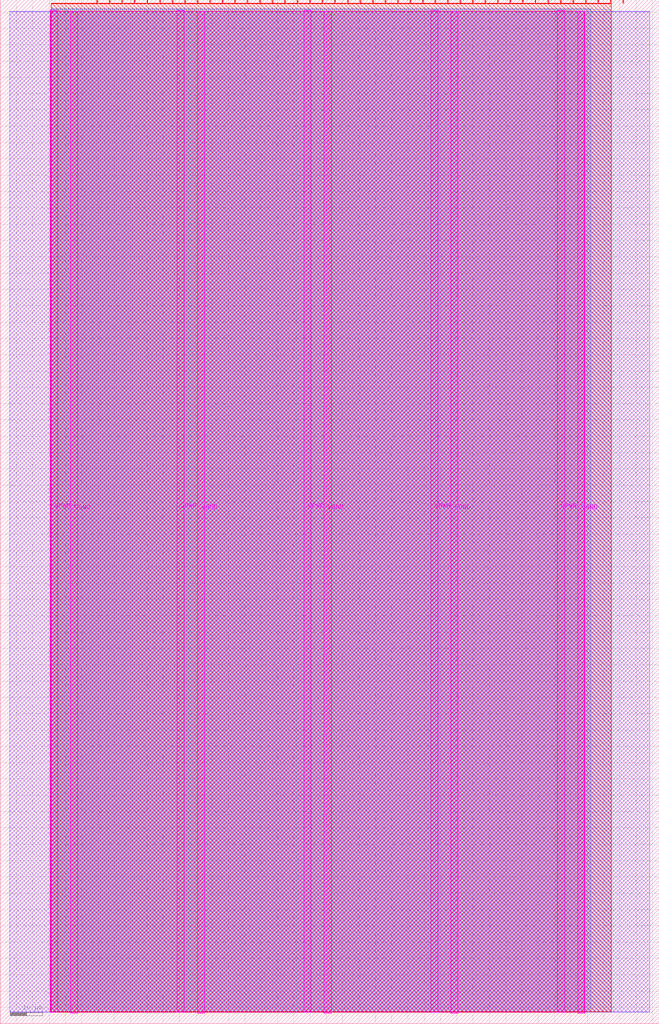
<source format=lef>
VERSION 5.7 ;
  NOWIREEXTENSIONATPIN ON ;
  DIVIDERCHAR "/" ;
  BUSBITCHARS "[]" ;
MACRO tt_um_wokwi_456579003210233857
  CLASS BLOCK ;
  FOREIGN tt_um_wokwi_456579003210233857 ;
  ORIGIN 0.000 0.000 ;
  SIZE 202.080 BY 313.740 ;
  PIN VGND
    DIRECTION INOUT ;
    USE GROUND ;
    PORT
      LAYER TopMetal1 ;
        RECT 21.580 3.150 23.780 310.180 ;
    END
    PORT
      LAYER TopMetal1 ;
        RECT 60.450 3.150 62.650 310.180 ;
    END
    PORT
      LAYER TopMetal1 ;
        RECT 99.320 3.150 101.520 310.180 ;
    END
    PORT
      LAYER TopMetal1 ;
        RECT 138.190 3.150 140.390 310.180 ;
    END
    PORT
      LAYER TopMetal1 ;
        RECT 177.060 3.150 179.260 310.180 ;
    END
  END VGND
  PIN VPWR
    DIRECTION INOUT ;
    USE POWER ;
    PORT
      LAYER TopMetal1 ;
        RECT 15.380 3.560 17.580 310.590 ;
    END
    PORT
      LAYER TopMetal1 ;
        RECT 54.250 3.560 56.450 310.590 ;
    END
    PORT
      LAYER TopMetal1 ;
        RECT 93.120 3.560 95.320 310.590 ;
    END
    PORT
      LAYER TopMetal1 ;
        RECT 131.990 3.560 134.190 310.590 ;
    END
    PORT
      LAYER TopMetal1 ;
        RECT 170.860 3.560 173.060 310.590 ;
    END
  END VPWR
  PIN clk
    DIRECTION INPUT ;
    USE SIGNAL ;
    ANTENNAGATEAREA 0.241800 ;
    PORT
      LAYER Metal4 ;
        RECT 187.050 312.740 187.350 313.740 ;
    END
  END clk
  PIN ena
    DIRECTION INPUT ;
    USE SIGNAL ;
    PORT
      LAYER Metal4 ;
        RECT 190.890 312.740 191.190 313.740 ;
    END
  END ena
  PIN rst_n
    DIRECTION INPUT ;
    USE SIGNAL ;
    PORT
      LAYER Metal4 ;
        RECT 183.210 312.740 183.510 313.740 ;
    END
  END rst_n
  PIN ui_in[0]
    DIRECTION INPUT ;
    USE SIGNAL ;
    ANTENNAGATEAREA 0.180700 ;
    PORT
      LAYER Metal4 ;
        RECT 179.370 312.740 179.670 313.740 ;
    END
  END ui_in[0]
  PIN ui_in[1]
    DIRECTION INPUT ;
    USE SIGNAL ;
    PORT
      LAYER Metal4 ;
        RECT 175.530 312.740 175.830 313.740 ;
    END
  END ui_in[1]
  PIN ui_in[2]
    DIRECTION INPUT ;
    USE SIGNAL ;
    PORT
      LAYER Metal4 ;
        RECT 171.690 312.740 171.990 313.740 ;
    END
  END ui_in[2]
  PIN ui_in[3]
    DIRECTION INPUT ;
    USE SIGNAL ;
    PORT
      LAYER Metal4 ;
        RECT 167.850 312.740 168.150 313.740 ;
    END
  END ui_in[3]
  PIN ui_in[4]
    DIRECTION INPUT ;
    USE SIGNAL ;
    PORT
      LAYER Metal4 ;
        RECT 164.010 312.740 164.310 313.740 ;
    END
  END ui_in[4]
  PIN ui_in[5]
    DIRECTION INPUT ;
    USE SIGNAL ;
    PORT
      LAYER Metal4 ;
        RECT 160.170 312.740 160.470 313.740 ;
    END
  END ui_in[5]
  PIN ui_in[6]
    DIRECTION INPUT ;
    USE SIGNAL ;
    PORT
      LAYER Metal4 ;
        RECT 156.330 312.740 156.630 313.740 ;
    END
  END ui_in[6]
  PIN ui_in[7]
    DIRECTION INPUT ;
    USE SIGNAL ;
    PORT
      LAYER Metal4 ;
        RECT 152.490 312.740 152.790 313.740 ;
    END
  END ui_in[7]
  PIN uio_in[0]
    DIRECTION INPUT ;
    USE SIGNAL ;
    PORT
      LAYER Metal4 ;
        RECT 148.650 312.740 148.950 313.740 ;
    END
  END uio_in[0]
  PIN uio_in[1]
    DIRECTION INPUT ;
    USE SIGNAL ;
    PORT
      LAYER Metal4 ;
        RECT 144.810 312.740 145.110 313.740 ;
    END
  END uio_in[1]
  PIN uio_in[2]
    DIRECTION INPUT ;
    USE SIGNAL ;
    PORT
      LAYER Metal4 ;
        RECT 140.970 312.740 141.270 313.740 ;
    END
  END uio_in[2]
  PIN uio_in[3]
    DIRECTION INPUT ;
    USE SIGNAL ;
    PORT
      LAYER Metal4 ;
        RECT 137.130 312.740 137.430 313.740 ;
    END
  END uio_in[3]
  PIN uio_in[4]
    DIRECTION INPUT ;
    USE SIGNAL ;
    PORT
      LAYER Metal4 ;
        RECT 133.290 312.740 133.590 313.740 ;
    END
  END uio_in[4]
  PIN uio_in[5]
    DIRECTION INPUT ;
    USE SIGNAL ;
    PORT
      LAYER Metal4 ;
        RECT 129.450 312.740 129.750 313.740 ;
    END
  END uio_in[5]
  PIN uio_in[6]
    DIRECTION INPUT ;
    USE SIGNAL ;
    PORT
      LAYER Metal4 ;
        RECT 125.610 312.740 125.910 313.740 ;
    END
  END uio_in[6]
  PIN uio_in[7]
    DIRECTION INPUT ;
    USE SIGNAL ;
    PORT
      LAYER Metal4 ;
        RECT 121.770 312.740 122.070 313.740 ;
    END
  END uio_in[7]
  PIN uio_oe[0]
    DIRECTION OUTPUT ;
    USE SIGNAL ;
    ANTENNADIFFAREA 0.299200 ;
    PORT
      LAYER Metal4 ;
        RECT 56.490 312.740 56.790 313.740 ;
    END
  END uio_oe[0]
  PIN uio_oe[1]
    DIRECTION OUTPUT ;
    USE SIGNAL ;
    ANTENNADIFFAREA 0.299200 ;
    PORT
      LAYER Metal4 ;
        RECT 52.650 312.740 52.950 313.740 ;
    END
  END uio_oe[1]
  PIN uio_oe[2]
    DIRECTION OUTPUT ;
    USE SIGNAL ;
    ANTENNADIFFAREA 0.299200 ;
    PORT
      LAYER Metal4 ;
        RECT 48.810 312.740 49.110 313.740 ;
    END
  END uio_oe[2]
  PIN uio_oe[3]
    DIRECTION OUTPUT ;
    USE SIGNAL ;
    ANTENNADIFFAREA 0.299200 ;
    PORT
      LAYER Metal4 ;
        RECT 44.970 312.740 45.270 313.740 ;
    END
  END uio_oe[3]
  PIN uio_oe[4]
    DIRECTION OUTPUT ;
    USE SIGNAL ;
    ANTENNADIFFAREA 0.299200 ;
    PORT
      LAYER Metal4 ;
        RECT 41.130 312.740 41.430 313.740 ;
    END
  END uio_oe[4]
  PIN uio_oe[5]
    DIRECTION OUTPUT ;
    USE SIGNAL ;
    ANTENNADIFFAREA 0.299200 ;
    PORT
      LAYER Metal4 ;
        RECT 37.290 312.740 37.590 313.740 ;
    END
  END uio_oe[5]
  PIN uio_oe[6]
    DIRECTION OUTPUT ;
    USE SIGNAL ;
    ANTENNADIFFAREA 0.299200 ;
    PORT
      LAYER Metal4 ;
        RECT 33.450 312.740 33.750 313.740 ;
    END
  END uio_oe[6]
  PIN uio_oe[7]
    DIRECTION OUTPUT ;
    USE SIGNAL ;
    ANTENNADIFFAREA 0.299200 ;
    PORT
      LAYER Metal4 ;
        RECT 29.610 312.740 29.910 313.740 ;
    END
  END uio_oe[7]
  PIN uio_out[0]
    DIRECTION OUTPUT ;
    USE SIGNAL ;
    ANTENNADIFFAREA 0.299200 ;
    PORT
      LAYER Metal4 ;
        RECT 87.210 312.740 87.510 313.740 ;
    END
  END uio_out[0]
  PIN uio_out[1]
    DIRECTION OUTPUT ;
    USE SIGNAL ;
    ANTENNADIFFAREA 0.299200 ;
    PORT
      LAYER Metal4 ;
        RECT 83.370 312.740 83.670 313.740 ;
    END
  END uio_out[1]
  PIN uio_out[2]
    DIRECTION OUTPUT ;
    USE SIGNAL ;
    ANTENNADIFFAREA 0.299200 ;
    PORT
      LAYER Metal4 ;
        RECT 79.530 312.740 79.830 313.740 ;
    END
  END uio_out[2]
  PIN uio_out[3]
    DIRECTION OUTPUT ;
    USE SIGNAL ;
    ANTENNADIFFAREA 0.299200 ;
    PORT
      LAYER Metal4 ;
        RECT 75.690 312.740 75.990 313.740 ;
    END
  END uio_out[3]
  PIN uio_out[4]
    DIRECTION OUTPUT ;
    USE SIGNAL ;
    ANTENNADIFFAREA 0.299200 ;
    PORT
      LAYER Metal4 ;
        RECT 71.850 312.740 72.150 313.740 ;
    END
  END uio_out[4]
  PIN uio_out[5]
    DIRECTION OUTPUT ;
    USE SIGNAL ;
    ANTENNADIFFAREA 0.299200 ;
    PORT
      LAYER Metal4 ;
        RECT 68.010 312.740 68.310 313.740 ;
    END
  END uio_out[5]
  PIN uio_out[6]
    DIRECTION OUTPUT ;
    USE SIGNAL ;
    ANTENNADIFFAREA 0.299200 ;
    PORT
      LAYER Metal4 ;
        RECT 64.170 312.740 64.470 313.740 ;
    END
  END uio_out[6]
  PIN uio_out[7]
    DIRECTION OUTPUT ;
    USE SIGNAL ;
    ANTENNADIFFAREA 0.299200 ;
    PORT
      LAYER Metal4 ;
        RECT 60.330 312.740 60.630 313.740 ;
    END
  END uio_out[7]
  PIN uo_out[0]
    DIRECTION OUTPUT ;
    USE SIGNAL ;
    ANTENNADIFFAREA 0.708600 ;
    PORT
      LAYER Metal4 ;
        RECT 117.930 312.740 118.230 313.740 ;
    END
  END uo_out[0]
  PIN uo_out[1]
    DIRECTION OUTPUT ;
    USE SIGNAL ;
    ANTENNADIFFAREA 0.708600 ;
    PORT
      LAYER Metal4 ;
        RECT 114.090 312.740 114.390 313.740 ;
    END
  END uo_out[1]
  PIN uo_out[2]
    DIRECTION OUTPUT ;
    USE SIGNAL ;
    ANTENNADIFFAREA 0.299200 ;
    PORT
      LAYER Metal4 ;
        RECT 110.250 312.740 110.550 313.740 ;
    END
  END uo_out[2]
  PIN uo_out[3]
    DIRECTION OUTPUT ;
    USE SIGNAL ;
    ANTENNADIFFAREA 0.299200 ;
    PORT
      LAYER Metal4 ;
        RECT 106.410 312.740 106.710 313.740 ;
    END
  END uo_out[3]
  PIN uo_out[4]
    DIRECTION OUTPUT ;
    USE SIGNAL ;
    ANTENNADIFFAREA 0.299200 ;
    PORT
      LAYER Metal4 ;
        RECT 102.570 312.740 102.870 313.740 ;
    END
  END uo_out[4]
  PIN uo_out[5]
    DIRECTION OUTPUT ;
    USE SIGNAL ;
    ANTENNADIFFAREA 0.299200 ;
    PORT
      LAYER Metal4 ;
        RECT 98.730 312.740 99.030 313.740 ;
    END
  END uo_out[5]
  PIN uo_out[6]
    DIRECTION OUTPUT ;
    USE SIGNAL ;
    ANTENNADIFFAREA 0.299200 ;
    PORT
      LAYER Metal4 ;
        RECT 94.890 312.740 95.190 313.740 ;
    END
  END uo_out[6]
  PIN uo_out[7]
    DIRECTION OUTPUT ;
    USE SIGNAL ;
    ANTENNADIFFAREA 0.299200 ;
    PORT
      LAYER Metal4 ;
        RECT 91.050 312.740 91.350 313.740 ;
    END
  END uo_out[7]
  OBS
      LAYER GatPoly ;
        RECT 2.880 3.630 199.200 310.110 ;
      LAYER Metal1 ;
        RECT 2.880 3.560 199.200 310.180 ;
      LAYER Metal2 ;
        RECT 15.560 3.635 181.065 310.945 ;
      LAYER Metal3 ;
        RECT 15.515 3.680 187.345 310.905 ;
      LAYER Metal4 ;
        RECT 15.560 312.530 29.400 312.740 ;
        RECT 30.120 312.530 33.240 312.740 ;
        RECT 33.960 312.530 37.080 312.740 ;
        RECT 37.800 312.530 40.920 312.740 ;
        RECT 41.640 312.530 44.760 312.740 ;
        RECT 45.480 312.530 48.600 312.740 ;
        RECT 49.320 312.530 52.440 312.740 ;
        RECT 53.160 312.530 56.280 312.740 ;
        RECT 57.000 312.530 60.120 312.740 ;
        RECT 60.840 312.530 63.960 312.740 ;
        RECT 64.680 312.530 67.800 312.740 ;
        RECT 68.520 312.530 71.640 312.740 ;
        RECT 72.360 312.530 75.480 312.740 ;
        RECT 76.200 312.530 79.320 312.740 ;
        RECT 80.040 312.530 83.160 312.740 ;
        RECT 83.880 312.530 87.000 312.740 ;
        RECT 87.720 312.530 90.840 312.740 ;
        RECT 91.560 312.530 94.680 312.740 ;
        RECT 95.400 312.530 98.520 312.740 ;
        RECT 99.240 312.530 102.360 312.740 ;
        RECT 103.080 312.530 106.200 312.740 ;
        RECT 106.920 312.530 110.040 312.740 ;
        RECT 110.760 312.530 113.880 312.740 ;
        RECT 114.600 312.530 117.720 312.740 ;
        RECT 118.440 312.530 121.560 312.740 ;
        RECT 122.280 312.530 125.400 312.740 ;
        RECT 126.120 312.530 129.240 312.740 ;
        RECT 129.960 312.530 133.080 312.740 ;
        RECT 133.800 312.530 136.920 312.740 ;
        RECT 137.640 312.530 140.760 312.740 ;
        RECT 141.480 312.530 144.600 312.740 ;
        RECT 145.320 312.530 148.440 312.740 ;
        RECT 149.160 312.530 152.280 312.740 ;
        RECT 153.000 312.530 156.120 312.740 ;
        RECT 156.840 312.530 159.960 312.740 ;
        RECT 160.680 312.530 163.800 312.740 ;
        RECT 164.520 312.530 167.640 312.740 ;
        RECT 168.360 312.530 171.480 312.740 ;
        RECT 172.200 312.530 175.320 312.740 ;
        RECT 176.040 312.530 179.160 312.740 ;
        RECT 179.880 312.530 183.000 312.740 ;
        RECT 183.720 312.530 186.840 312.740 ;
        RECT 15.560 3.635 187.300 312.530 ;
      LAYER Metal5 ;
        RECT 15.515 3.470 179.125 310.270 ;
  END
END tt_um_wokwi_456579003210233857
END LIBRARY


</source>
